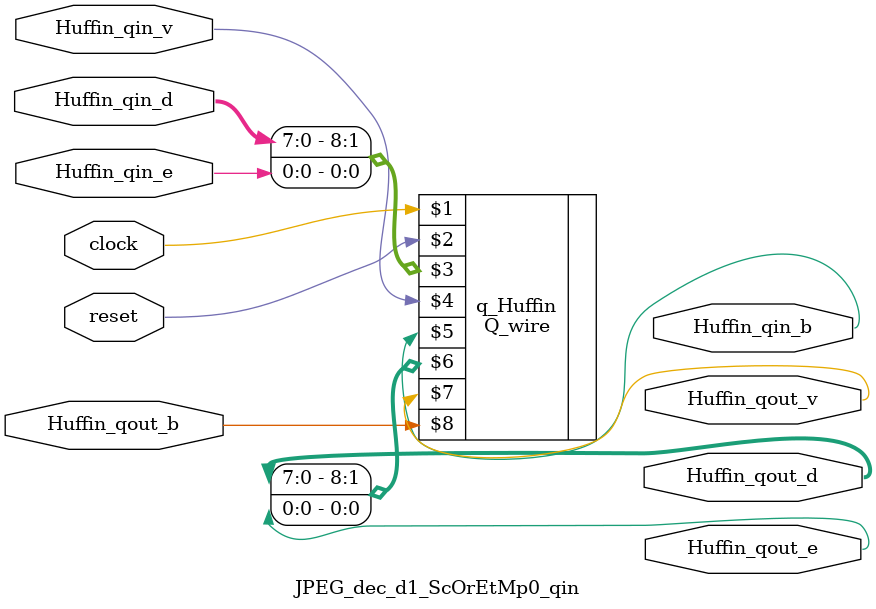
<source format=v>

`include "Q_wire.v"

module JPEG_dec_d1_ScOrEtMp0_qin (clock, reset, Huffin_qin_d, Huffin_qin_e, Huffin_qin_v, Huffin_qin_b, Huffin_qout_d, Huffin_qout_e, Huffin_qout_v, Huffin_qout_b);

  input  clock;
  input  reset;

  input  [7:0] Huffin_qin_d;
  input  Huffin_qin_e;
  input  Huffin_qin_v;
  output Huffin_qin_b;
  output [7:0] Huffin_qout_d;
  output Huffin_qout_e;
  output Huffin_qout_v;
  input  Huffin_qout_b;

  Q_wire #(0, 9) q_Huffin (clock, reset, {Huffin_qin_d, Huffin_qin_e}, Huffin_qin_v, Huffin_qin_b, {Huffin_qout_d, Huffin_qout_e}, Huffin_qout_v, Huffin_qout_b);

endmodule  // JPEG_dec_d1_ScOrEtMp0_qin

</source>
